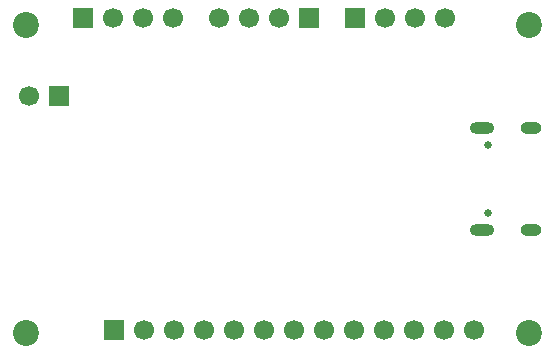
<source format=gbr>
%TF.GenerationSoftware,KiCad,Pcbnew,9.0.6-9.0.6~ubuntu24.04.1*%
%TF.CreationDate,2025-12-02T22:29:15-06:00*%
%TF.ProjectId,Kicad_stm32_1st,4b696361-645f-4737-946d-33325f317374,rev?*%
%TF.SameCoordinates,Original*%
%TF.FileFunction,Soldermask,Bot*%
%TF.FilePolarity,Negative*%
%FSLAX46Y46*%
G04 Gerber Fmt 4.6, Leading zero omitted, Abs format (unit mm)*
G04 Created by KiCad (PCBNEW 9.0.6-9.0.6~ubuntu24.04.1) date 2025-12-02 22:29:15*
%MOMM*%
%LPD*%
G01*
G04 APERTURE LIST*
%ADD10C,0.650000*%
%ADD11O,2.100000X1.000000*%
%ADD12O,1.800000X1.000000*%
%ADD13C,2.200000*%
%ADD14R,1.700000X1.700000*%
%ADD15C,1.700000*%
G04 APERTURE END LIST*
D10*
%TO.C,J1*%
X112485000Y-72690000D03*
X112485000Y-66910000D03*
D11*
X111985000Y-74120000D03*
D12*
X116165000Y-74120000D03*
D11*
X111985000Y-65480000D03*
D12*
X116165000Y-65480000D03*
%TD*%
D13*
%TO.C,H1*%
X73400000Y-82800000D03*
%TD*%
%TO.C,H2*%
X73400000Y-56800000D03*
%TD*%
%TO.C,H3*%
X116000000Y-56800000D03*
%TD*%
%TO.C,H4*%
X116000000Y-82800000D03*
%TD*%
D14*
%TO.C,J5*%
X80860000Y-82600000D03*
D15*
X83400000Y-82600000D03*
X85940000Y-82600000D03*
X88480000Y-82600000D03*
X91020000Y-82600000D03*
X93560000Y-82600000D03*
X96100000Y-82600000D03*
X98640000Y-82600000D03*
X101180000Y-82600000D03*
X103720000Y-82600000D03*
X106260000Y-82600000D03*
X108800000Y-82600000D03*
X111340000Y-82600000D03*
%TD*%
D14*
%TO.C,UART*%
X97340000Y-56200000D03*
D15*
X94800000Y-56200000D03*
X92260000Y-56200000D03*
X89720000Y-56200000D03*
%TD*%
D14*
%TO.C,120R*%
X76200000Y-62800000D03*
D15*
X73660000Y-62800000D03*
%TD*%
D14*
%TO.C,J2*%
X101200000Y-56200000D03*
D15*
X103740000Y-56200000D03*
X106280000Y-56200000D03*
X108820000Y-56200000D03*
%TD*%
D14*
%TO.C,CAN*%
X78200000Y-56200000D03*
D15*
X80740000Y-56200000D03*
X83280000Y-56200000D03*
X85820000Y-56200000D03*
%TD*%
M02*

</source>
